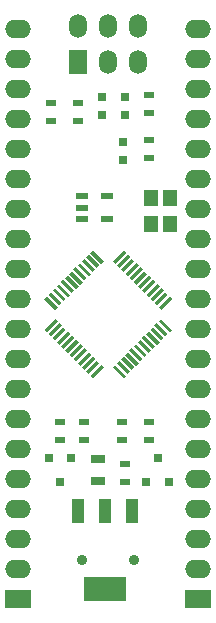
<source format=gbr>
G04 CAM350 V9.5.1 (Build 211) Date:  Tue May 10 22:39:24 2016 *
G04 Database: (Untitled) *
G04 Layer 2: STM32Mini-B_Mas *
%FSLAX45Y45*%
%MOMM*%
%SFA1.000B1.000*%

%MIA0B0*%
%IPPOS*%
%ADD11R,0.75000X0.80000*%
%ADD12R,1.30000X0.70000*%
%ADD13R,0.80010X0.80010*%
%ADD14R,3.65760X2.03200*%
%ADD15R,1.01600X2.03200*%
%ADD16R,2.19964X1.52400*%
%ADD17O,2.19964X1.52400*%
%ADD18R,0.90000X0.50000*%
%ADD19R,1.00076X0.59944*%
%ADD71C,0.89916*%
%ADD20R,1.52400X1.99898*%
%ADD21O,1.52400X1.99898*%
%ADD22R,1.20000X1.40000*%
%LNSTM32Mini-B_Mas*%
%LPD*%
G36*
X14212221Y-8673643D02*
G01X14191030Y-8652452D01*
X14282990Y-8560498*
X14304179Y-8581690*
X14212221Y-8673643*
G37*
G36*
X15251776D02*
G01X15159820Y-8581688D01*
X15181016Y-8560498*
X15272969Y-8652454*
X15251776Y-8673643*
G37*
G36*
X14791987Y-8093878D02*
G01X14770796Y-8072687D01*
X14862756Y-7980733*
X14883944Y-8001924*
X14791987Y-8093878*
G37*
G36*
X14282986Y-8482903D02*
G01X14191030Y-8390947D01*
X14212226Y-8369757*
X14304179Y-8461713*
X14282986Y-8482903*
G37*
G36*
X14247604Y-8709026D02*
G01X14226413Y-8687834D01*
X14318373Y-8595880*
X14339561Y-8617072*
X14247604Y-8709026*
G37*
G36*
X15216394D02*
G01X15124438Y-8617070D01*
X15145634Y-8595880*
X15237587Y-8687836*
X15216394Y-8709026*
G37*
G36*
X14827369Y-8129260D02*
G01X14806178Y-8108069D01*
X14898138Y-8016115*
X14919327Y-8037307*
X14827369Y-8129260*
G37*
G36*
X14318368Y-8447521D02*
G01X14226413Y-8355565D01*
X14247608Y-8334375*
X14339561Y-8426331*
X14318368Y-8447521*
G37*
G36*
X14282986Y-8744408D02*
G01X14261795Y-8723217D01*
X14353755Y-8631262*
X14374943Y-8652454*
X14282986Y-8744408*
G37*
G36*
X15181011D02*
G01X15089056Y-8652452D01*
X15110252Y-8631262*
X15202205Y-8723218*
X15181011Y-8744408*
G37*
G36*
X14862751Y-8164643D02*
G01X14841560Y-8143451D01*
X14933520Y-8051497*
X14954709Y-8072689*
X14862751Y-8164643*
G37*
G36*
X14353750Y-8412138D02*
G01X14261795Y-8320183D01*
X14282990Y-8298993*
X14374943Y-8390949*
X14353750Y-8412138*
G37*
G36*
X14318368Y-8779790D02*
G01X14297177Y-8758599D01*
X14389137Y-8666644*
X14410326Y-8687836*
X14318368Y-8779790*
G37*
G36*
X15145629D02*
G01X15053674Y-8687834D01*
X15074869Y-8666644*
X15166822Y-8758601*
X15145629Y-8779790*
G37*
G36*
X14898133Y-8200025D02*
G01X14876942Y-8178834D01*
X14968902Y-8086879*
X14990091Y-8108071*
X14898133Y-8200025*
G37*
G36*
X14389132Y-8376756D02*
G01X14297177Y-8284801D01*
X14318373Y-8263611*
X14410326Y-8355567*
X14389132Y-8376756*
G37*
G36*
X14353750Y-8815172D02*
G01X14332559Y-8793981D01*
X14424519Y-8702027*
X14445708Y-8723219*
X14353750Y-8815172*
G37*
G36*
X15110247D02*
G01X15018292Y-8723217D01*
X15039487Y-8702027*
X15131440Y-8793983*
X15110247Y-8815172*
G37*
G36*
X14933516Y-8235407D02*
G01X14912325Y-8214216D01*
X15004285Y-8122261*
X15025473Y-8143453*
X14933516Y-8235407*
G37*
G36*
X14424515Y-8341374D02*
G01X14332559Y-8249418D01*
X14353755Y-8228228*
X14445708Y-8320185*
X14424515Y-8341374*
G37*
G36*
X14389132Y-8850555D02*
G01X14367941Y-8829363D01*
X14459901Y-8737409*
X14481090Y-8758601*
X14389132Y-8850555*
G37*
G36*
X15074865D02*
G01X14982909Y-8758599D01*
X15004105Y-8737409*
X15096058Y-8829365*
X15074865Y-8850555*
G37*
G36*
X14968898Y-8270789D02*
G01X14947707Y-8249598D01*
X15039667Y-8157644*
X15060855Y-8178835*
X14968898Y-8270789*
G37*
G36*
X14459897Y-8305992D02*
G01X14367941Y-8214036D01*
X14389137Y-8192846*
X14481090Y-8284802*
X14459897Y-8305992*
G37*
G36*
X14424335Y-8885757D02*
G01X14403144Y-8864566D01*
X14495104Y-8772612*
X14516293Y-8793803*
X14424335Y-8885757*
G37*
G36*
X15039662D02*
G01X14947707Y-8793802D01*
X14968902Y-8772612*
X15060855Y-8864568*
X15039662Y-8885757*
G37*
G36*
X15004100Y-8305992D02*
G01X14982909Y-8284801D01*
X15074869Y-8192846*
X15096058Y-8214038*
X15004100Y-8305992*
G37*
G36*
X14495099Y-8270789D02*
G01X14403144Y-8178834D01*
X14424340Y-8157644*
X14516293Y-8249600*
X14495099Y-8270789*
G37*
G36*
X14459717Y-8921139D02*
G01X14438526Y-8899948D01*
X14530486Y-8807994*
X14551675Y-8829186*
X14459717Y-8921139*
G37*
G36*
X15004280D02*
G01X14912325Y-8829184D01*
X14933520Y-8807994*
X15025473Y-8899950*
X15004280Y-8921139*
G37*
G36*
X15039483Y-8341374D02*
G01X15018292Y-8320183D01*
X15110252Y-8228228*
X15131440Y-8249420*
X15039483Y-8341374*
G37*
G36*
X14530482Y-8235407D02*
G01X14438526Y-8143451D01*
X14459722Y-8122261*
X14551675Y-8214218*
X14530482Y-8235407*
G37*
G36*
X14495100Y-8956522D02*
G01X14473909Y-8935330D01*
X14565869Y-8843376*
X14587057Y-8864568*
X14495100Y-8956522*
G37*
G36*
X14968898D02*
G01X14876942Y-8864566D01*
X14898138Y-8843376*
X14990091Y-8935332*
X14968898Y-8956522*
G37*
G36*
X15074865Y-8376756D02*
G01X15053674Y-8355565D01*
X15145634Y-8263611*
X15166822Y-8284802*
X15074865Y-8376756*
G37*
G36*
X14565864Y-8200025D02*
G01X14473909Y-8108069D01*
X14495104Y-8086879*
X14587057Y-8178835*
X14565864Y-8200025*
G37*
G36*
X14530482Y-8991904D02*
G01X14509291Y-8970713D01*
X14601251Y-8878758*
X14622439Y-8899950*
X14530482Y-8991904*
G37*
G36*
X14933516D02*
G01X14841560Y-8899948D01*
X14862756Y-8878758*
X14954709Y-8970714*
X14933516Y-8991904*
G37*
G36*
X15110247Y-8412138D02*
G01X15089056Y-8390947D01*
X15181016Y-8298993*
X15202205Y-8320185*
X15110247Y-8412138*
G37*
G36*
X14601246Y-8164643D02*
G01X14509291Y-8072687D01*
X14530486Y-8051497*
X14622439Y-8143453*
X14601246Y-8164643*
G37*
G36*
X14565864Y-9027286D02*
G01X14544673Y-9006095D01*
X14636633Y-8914140*
X14657822Y-8935332*
X14565864Y-9027286*
G37*
G36*
X14898133D02*
G01X14806178Y-8935330D01*
X14827374Y-8914140*
X14919327Y-9006097*
X14898133Y-9027286*
G37*
G36*
X15145629Y-8447521D02*
G01X15124438Y-8426329D01*
X15216398Y-8334375*
X15237587Y-8355567*
X15145629Y-8447521*
G37*
G36*
X14636628Y-8129260D02*
G01X14544673Y-8037305D01*
X14565869Y-8016115*
X14657822Y-8108071*
X14636628Y-8129260*
G37*
G36*
X14601246Y-9062668D02*
G01X14580055Y-9041477D01*
X14672015Y-8949523*
X14693204Y-8970714*
X14601246Y-9062668*
G37*
G36*
X14862751D02*
G01X14770796Y-8970713D01*
X14791991Y-8949523*
X14883944Y-9041479*
X14862751Y-9062668*
G37*
G36*
X15181011Y-8482903D02*
G01X15159820Y-8461712D01*
X15251780Y-8369757*
X15272969Y-8390949*
X15181011Y-8482903*
G37*
G36*
X14672011Y-8093878D02*
G01X14580055Y-8001923D01*
X14601251Y-7980733*
X14693204Y-8072689*
X14672011Y-8093878*
G37*
G54D11*
X14681200Y-6681400D03*
Y-6831400D03*
X14859000Y-7212400D03*
Y-7062400D03*
G54D12*
X14643100Y-9937500D03*
Y-9747500D03*
G54D13*
X15246100Y-9942576D03*
X15056100D03*
X15151100Y-9742678D03*
G54D14*
X14706600Y-10845800D03*
G54D15*
Y-10185400D03*
X14935200D03*
X14478000D03*
G54D16*
X13970000Y-10934700D03*
G54D17*
Y-10680700D03*
Y-10426700D03*
Y-10172700D03*
Y-9918700D03*
Y-9664700D03*
Y-9410700D03*
Y-9156700D03*
Y-8902700D03*
Y-8648700D03*
Y-8394700D03*
Y-8140700D03*
Y-7886700D03*
Y-7632700D03*
Y-7378700D03*
Y-7124700D03*
Y-6870700D03*
Y-6616700D03*
Y-6362700D03*
Y-6108700D03*
G54D16*
X15494200Y-10934700D03*
G54D17*
Y-10680700D03*
Y-10426700D03*
Y-10172700D03*
Y-9918700D03*
Y-9664700D03*
Y-9410700D03*
Y-9156700D03*
Y-8902700D03*
Y-8648700D03*
Y-8394700D03*
Y-8140700D03*
Y-7886700D03*
Y-7632700D03*
Y-7378700D03*
Y-7124700D03*
Y-6870700D03*
Y-6616700D03*
Y-6362700D03*
Y-6108700D03*
G54D18*
X14846300Y-9437300D03*
Y-9587300D03*
X14528800Y-9437300D03*
Y-9587300D03*
X14325600Y-9437300D03*
Y-9587300D03*
X14478000Y-6882200D03*
Y-6732200D03*
X14249400Y-6882200D03*
Y-6732200D03*
X15074900Y-6668700D03*
Y-6818700D03*
Y-7049700D03*
Y-7199700D03*
G54D11*
X14871700Y-6681400D03*
Y-6831400D03*
G54D13*
X14230600Y-9742424D03*
X14420600D03*
X14325600Y-9942322D03*
G54D19*
X14512036Y-7715250D03*
Y-7524750D03*
Y-7620000D03*
X14723364Y-7524750D03*
Y-7715250D03*
G54D20*
X14478000Y-6387592D03*
G54D21*
Y-6083808D03*
X14732000Y-6387592D03*
Y-6083808D03*
X14986000Y-6387592D03*
Y-6083808D03*
G54D71*
X14512290Y-10607040D03*
X14951964D03*
G54D22*
X15256500Y-7535400D03*
Y-7755400D03*
X15096500Y-7535400D03*
Y-7755400D03*
G54D18*
X14871700Y-9792900D03*
Y-9942900D03*
X15074900Y-9587300D03*
Y-9437300D03*
M02*

</source>
